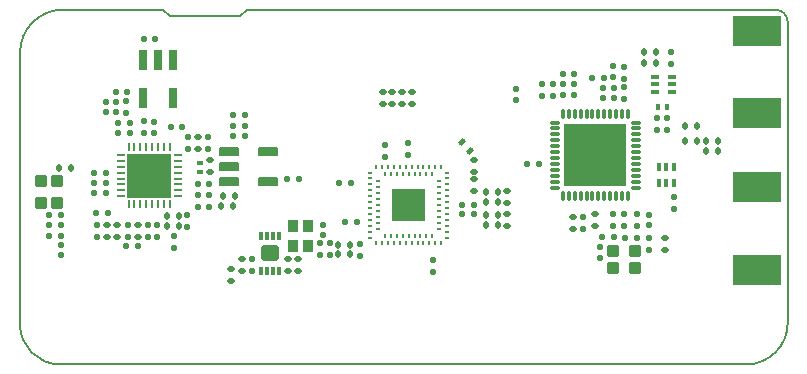
<source format=gbp>
G04*
G04 #@! TF.GenerationSoftware,Altium Limited,CircuitStudio,1.5.2 (30)*
G04*
G04 Layer_Color=16711833*
%FSLAX25Y25*%
%MOIN*%
G70*
G01*
G75*
G04:AMPARAMS|DCode=20|XSize=14.17mil|YSize=23mil|CornerRadius=0.71mil|HoleSize=0mil|Usage=FLASHONLY|Rotation=180.000|XOffset=0mil|YOffset=0mil|HoleType=Round|Shape=RoundedRectangle|*
%AMROUNDEDRECTD20*
21,1,0.01417,0.02158,0,0,180.0*
21,1,0.01276,0.02300,0,0,180.0*
1,1,0.00142,-0.00638,0.01079*
1,1,0.00142,0.00638,0.01079*
1,1,0.00142,0.00638,-0.01079*
1,1,0.00142,-0.00638,-0.01079*
%
%ADD20ROUNDEDRECTD20*%
G04:AMPARAMS|DCode=21|XSize=14.17mil|YSize=23mil|CornerRadius=0.71mil|HoleSize=0mil|Usage=FLASHONLY|Rotation=90.000|XOffset=0mil|YOffset=0mil|HoleType=Round|Shape=RoundedRectangle|*
%AMROUNDEDRECTD21*
21,1,0.01417,0.02158,0,0,90.0*
21,1,0.01276,0.02300,0,0,90.0*
1,1,0.00142,0.01079,0.00638*
1,1,0.00142,0.01079,-0.00638*
1,1,0.00142,-0.01079,-0.00638*
1,1,0.00142,-0.01079,0.00638*
%
%ADD21ROUNDEDRECTD21*%
G04:AMPARAMS|DCode=22|XSize=23.62mil|YSize=17.72mil|CornerRadius=4.43mil|HoleSize=0mil|Usage=FLASHONLY|Rotation=270.000|XOffset=0mil|YOffset=0mil|HoleType=Round|Shape=RoundedRectangle|*
%AMROUNDEDRECTD22*
21,1,0.02362,0.00886,0,0,270.0*
21,1,0.01476,0.01772,0,0,270.0*
1,1,0.00886,-0.00443,-0.00738*
1,1,0.00886,-0.00443,0.00738*
1,1,0.00886,0.00443,0.00738*
1,1,0.00886,0.00443,-0.00738*
%
%ADD22ROUNDEDRECTD22*%
G04:AMPARAMS|DCode=23|XSize=23.62mil|YSize=17.72mil|CornerRadius=4.43mil|HoleSize=0mil|Usage=FLASHONLY|Rotation=0.000|XOffset=0mil|YOffset=0mil|HoleType=Round|Shape=RoundedRectangle|*
%AMROUNDEDRECTD23*
21,1,0.02362,0.00886,0,0,0.0*
21,1,0.01476,0.01772,0,0,0.0*
1,1,0.00886,0.00738,-0.00443*
1,1,0.00886,-0.00738,-0.00443*
1,1,0.00886,-0.00738,0.00443*
1,1,0.00886,0.00738,0.00443*
%
%ADD23ROUNDEDRECTD23*%
%ADD26R,0.16496X0.10492*%
G04:AMPARAMS|DCode=29|XSize=21.65mil|YSize=17.72mil|CornerRadius=4.43mil|HoleSize=0mil|Usage=FLASHONLY|Rotation=90.000|XOffset=0mil|YOffset=0mil|HoleType=Round|Shape=RoundedRectangle|*
%AMROUNDEDRECTD29*
21,1,0.02165,0.00886,0,0,90.0*
21,1,0.01280,0.01772,0,0,90.0*
1,1,0.00886,0.00443,0.00640*
1,1,0.00886,0.00443,-0.00640*
1,1,0.00886,-0.00443,-0.00640*
1,1,0.00886,-0.00443,0.00640*
%
%ADD29ROUNDEDRECTD29*%
G04:AMPARAMS|DCode=30|XSize=21.65mil|YSize=17.72mil|CornerRadius=4.43mil|HoleSize=0mil|Usage=FLASHONLY|Rotation=180.000|XOffset=0mil|YOffset=0mil|HoleType=Round|Shape=RoundedRectangle|*
%AMROUNDEDRECTD30*
21,1,0.02165,0.00886,0,0,180.0*
21,1,0.01280,0.01772,0,0,180.0*
1,1,0.00886,-0.00640,0.00443*
1,1,0.00886,0.00640,0.00443*
1,1,0.00886,0.00640,-0.00443*
1,1,0.00886,-0.00640,-0.00443*
%
%ADD30ROUNDEDRECTD30*%
%ADD53C,0.00500*%
G04:AMPARAMS|DCode=73|XSize=65mil|YSize=30mil|CornerRadius=3mil|HoleSize=0mil|Usage=FLASHONLY|Rotation=180.000|XOffset=0mil|YOffset=0mil|HoleType=Round|Shape=RoundedRectangle|*
%AMROUNDEDRECTD73*
21,1,0.06500,0.02400,0,0,180.0*
21,1,0.05900,0.03000,0,0,180.0*
1,1,0.00600,-0.02950,0.01200*
1,1,0.00600,0.02950,0.01200*
1,1,0.00600,0.02950,-0.01200*
1,1,0.00600,-0.02950,-0.01200*
%
%ADD73ROUNDEDRECTD73*%
G04:AMPARAMS|DCode=74|XSize=35.43mil|YSize=43.31mil|CornerRadius=0.89mil|HoleSize=0mil|Usage=FLASHONLY|Rotation=0.000|XOffset=0mil|YOffset=0mil|HoleType=Round|Shape=RoundedRectangle|*
%AMROUNDEDRECTD74*
21,1,0.03543,0.04154,0,0,0.0*
21,1,0.03366,0.04331,0,0,0.0*
1,1,0.00177,0.01683,-0.02077*
1,1,0.00177,-0.01683,-0.02077*
1,1,0.00177,-0.01683,0.02077*
1,1,0.00177,0.01683,0.02077*
%
%ADD74ROUNDEDRECTD74*%
G04:AMPARAMS|DCode=75|XSize=64.96mil|YSize=29.92mil|CornerRadius=1.5mil|HoleSize=0mil|Usage=FLASHONLY|Rotation=90.000|XOffset=0mil|YOffset=0mil|HoleType=Round|Shape=RoundedRectangle|*
%AMROUNDEDRECTD75*
21,1,0.06496,0.02693,0,0,90.0*
21,1,0.06197,0.02992,0,0,90.0*
1,1,0.00299,0.01347,0.03098*
1,1,0.00299,0.01347,-0.03098*
1,1,0.00299,-0.01347,-0.03098*
1,1,0.00299,-0.01347,0.03098*
%
%ADD75ROUNDEDRECTD75*%
G04:AMPARAMS|DCode=76|XSize=23.62mil|YSize=17.72mil|CornerRadius=4.43mil|HoleSize=0mil|Usage=FLASHONLY|Rotation=225.000|XOffset=0mil|YOffset=0mil|HoleType=Round|Shape=RoundedRectangle|*
%AMROUNDEDRECTD76*
21,1,0.02362,0.00886,0,0,225.0*
21,1,0.01476,0.01772,0,0,225.0*
1,1,0.00886,-0.00835,-0.00209*
1,1,0.00886,0.00209,0.00835*
1,1,0.00886,0.00835,0.00209*
1,1,0.00886,-0.00209,-0.00835*
%
%ADD76ROUNDEDRECTD76*%
G04:AMPARAMS|DCode=77|XSize=25.59mil|YSize=13.78mil|CornerRadius=1.38mil|HoleSize=0mil|Usage=FLASHONLY|Rotation=90.000|XOffset=0mil|YOffset=0mil|HoleType=Round|Shape=RoundedRectangle|*
%AMROUNDEDRECTD77*
21,1,0.02559,0.01102,0,0,90.0*
21,1,0.02284,0.01378,0,0,90.0*
1,1,0.00276,0.00551,0.01142*
1,1,0.00276,0.00551,-0.01142*
1,1,0.00276,-0.00551,-0.01142*
1,1,0.00276,-0.00551,0.01142*
%
%ADD77ROUNDEDRECTD77*%
G04:AMPARAMS|DCode=78|XSize=25.59mil|YSize=13.78mil|CornerRadius=1.38mil|HoleSize=0mil|Usage=FLASHONLY|Rotation=180.000|XOffset=0mil|YOffset=0mil|HoleType=Round|Shape=RoundedRectangle|*
%AMROUNDEDRECTD78*
21,1,0.02559,0.01102,0,0,180.0*
21,1,0.02284,0.01378,0,0,180.0*
1,1,0.00276,-0.01142,0.00551*
1,1,0.00276,0.01142,0.00551*
1,1,0.00276,0.01142,-0.00551*
1,1,0.00276,-0.01142,-0.00551*
%
%ADD78ROUNDEDRECTD78*%
G04:AMPARAMS|DCode=79|XSize=29.53mil|YSize=11.81mil|CornerRadius=2.95mil|HoleSize=0mil|Usage=FLASHONLY|Rotation=270.000|XOffset=0mil|YOffset=0mil|HoleType=Round|Shape=RoundedRectangle|*
%AMROUNDEDRECTD79*
21,1,0.02953,0.00591,0,0,270.0*
21,1,0.02363,0.01181,0,0,270.0*
1,1,0.00591,-0.00295,-0.01181*
1,1,0.00591,-0.00295,0.01181*
1,1,0.00591,0.00295,0.01181*
1,1,0.00591,0.00295,-0.01181*
%
%ADD79ROUNDEDRECTD79*%
G04:AMPARAMS|DCode=80|XSize=57.09mil|YSize=53.15mil|CornerRadius=5.32mil|HoleSize=0mil|Usage=FLASHONLY|Rotation=180.000|XOffset=0mil|YOffset=0mil|HoleType=Round|Shape=RoundedRectangle|*
%AMROUNDEDRECTD80*
21,1,0.05709,0.04252,0,0,180.0*
21,1,0.04646,0.05315,0,0,180.0*
1,1,0.01063,-0.02323,0.02126*
1,1,0.01063,0.02323,0.02126*
1,1,0.01063,0.02323,-0.02126*
1,1,0.01063,-0.02323,-0.02126*
%
%ADD80ROUNDEDRECTD80*%
G04:AMPARAMS|DCode=81|XSize=15.75mil|YSize=8.66mil|CornerRadius=0.87mil|HoleSize=0mil|Usage=FLASHONLY|Rotation=180.000|XOffset=0mil|YOffset=0mil|HoleType=Round|Shape=RoundedRectangle|*
%AMROUNDEDRECTD81*
21,1,0.01575,0.00693,0,0,180.0*
21,1,0.01402,0.00866,0,0,180.0*
1,1,0.00173,-0.00701,0.00347*
1,1,0.00173,0.00701,0.00347*
1,1,0.00173,0.00701,-0.00347*
1,1,0.00173,-0.00701,-0.00347*
%
%ADD81ROUNDEDRECTD81*%
G04:AMPARAMS|DCode=82|XSize=15.75mil|YSize=8.66mil|CornerRadius=0.87mil|HoleSize=0mil|Usage=FLASHONLY|Rotation=90.000|XOffset=0mil|YOffset=0mil|HoleType=Round|Shape=RoundedRectangle|*
%AMROUNDEDRECTD82*
21,1,0.01575,0.00693,0,0,90.0*
21,1,0.01402,0.00866,0,0,90.0*
1,1,0.00173,0.00347,0.00701*
1,1,0.00173,0.00347,-0.00701*
1,1,0.00173,-0.00347,-0.00701*
1,1,0.00173,-0.00347,0.00701*
%
%ADD82ROUNDEDRECTD82*%
G04:AMPARAMS|DCode=84|XSize=33.47mil|YSize=11.81mil|CornerRadius=4.72mil|HoleSize=0mil|Usage=FLASHONLY|Rotation=180.000|XOffset=0mil|YOffset=0mil|HoleType=Round|Shape=RoundedRectangle|*
%AMROUNDEDRECTD84*
21,1,0.03347,0.00236,0,0,180.0*
21,1,0.02402,0.01181,0,0,180.0*
1,1,0.00945,-0.01201,0.00118*
1,1,0.00945,0.01201,0.00118*
1,1,0.00945,0.01201,-0.00118*
1,1,0.00945,-0.01201,-0.00118*
%
%ADD84ROUNDEDRECTD84*%
G04:AMPARAMS|DCode=85|XSize=33.47mil|YSize=11.81mil|CornerRadius=4.72mil|HoleSize=0mil|Usage=FLASHONLY|Rotation=90.000|XOffset=0mil|YOffset=0mil|HoleType=Round|Shape=RoundedRectangle|*
%AMROUNDEDRECTD85*
21,1,0.03347,0.00236,0,0,90.0*
21,1,0.02402,0.01181,0,0,90.0*
1,1,0.00945,0.00118,0.01201*
1,1,0.00945,0.00118,-0.01201*
1,1,0.00945,-0.00118,-0.01201*
1,1,0.00945,-0.00118,0.01201*
%
%ADD85ROUNDEDRECTD85*%
%ADD87R,0.14567X0.14567*%
%ADD88O,0.03150X0.00984*%
%ADD89O,0.00984X0.03150*%
G04:AMPARAMS|DCode=90|XSize=39.37mil|YSize=37.4mil|CornerRadius=1.87mil|HoleSize=0mil|Usage=FLASHONLY|Rotation=180.000|XOffset=0mil|YOffset=0mil|HoleType=Round|Shape=RoundedRectangle|*
%AMROUNDEDRECTD90*
21,1,0.03937,0.03366,0,0,180.0*
21,1,0.03563,0.03740,0,0,180.0*
1,1,0.00374,-0.01782,0.01683*
1,1,0.00374,0.01782,0.01683*
1,1,0.00374,0.01782,-0.01683*
1,1,0.00374,-0.01782,-0.01683*
%
%ADD90ROUNDEDRECTD90*%
G04:AMPARAMS|DCode=91|XSize=39.37mil|YSize=37.4mil|CornerRadius=1.87mil|HoleSize=0mil|Usage=FLASHONLY|Rotation=90.000|XOffset=0mil|YOffset=0mil|HoleType=Round|Shape=RoundedRectangle|*
%AMROUNDEDRECTD91*
21,1,0.03937,0.03366,0,0,90.0*
21,1,0.03563,0.03740,0,0,90.0*
1,1,0.00374,0.01683,0.01782*
1,1,0.00374,0.01683,-0.01782*
1,1,0.00374,-0.01683,-0.01782*
1,1,0.00374,-0.01683,0.01782*
%
%ADD91ROUNDEDRECTD91*%
G04:AMPARAMS|DCode=100|XSize=21.62mil|YSize=17.69mil|CornerRadius=3.92mil|HoleSize=0mil|Usage=FLASHONLY|Rotation=180.000|XOffset=0mil|YOffset=0mil|HoleType=Round|Shape=RoundedRectangle|*
%AMROUNDEDRECTD100*
21,1,0.02162,0.00984,0,0,180.0*
21,1,0.01378,0.01769,0,0,180.0*
1,1,0.00784,-0.00689,0.00492*
1,1,0.00784,0.00689,0.00492*
1,1,0.00784,0.00689,-0.00492*
1,1,0.00784,-0.00689,-0.00492*
%
%ADD100ROUNDEDRECTD100*%
G04:AMPARAMS|DCode=101|XSize=21.62mil|YSize=17.69mil|CornerRadius=3.92mil|HoleSize=0mil|Usage=FLASHONLY|Rotation=270.000|XOffset=0mil|YOffset=0mil|HoleType=Round|Shape=RoundedRectangle|*
%AMROUNDEDRECTD101*
21,1,0.02162,0.00984,0,0,270.0*
21,1,0.01378,0.01769,0,0,270.0*
1,1,0.00784,-0.00492,-0.00689*
1,1,0.00784,-0.00492,0.00689*
1,1,0.00784,0.00492,0.00689*
1,1,0.00784,0.00492,-0.00689*
%
%ADD101ROUNDEDRECTD101*%
G04:AMPARAMS|DCode=161|XSize=208.66mil|YSize=208.66mil|CornerRadius=0mil|HoleSize=0mil|Usage=FLASHONLY|Rotation=90.000|XOffset=0mil|YOffset=0mil|HoleType=Round|Shape=RoundedRectangle|*
%AMROUNDEDRECTD161*
21,1,0.20866,0.20866,0,0,90.0*
21,1,0.20866,0.20866,0,0,90.0*
1,1,0.00000,0.10433,0.10433*
1,1,0.00000,0.10433,-0.10433*
1,1,0.00000,-0.10433,-0.10433*
1,1,0.00000,-0.10433,0.10433*
%
%ADD161ROUNDEDRECTD161*%
G36*
X1169657Y747120D02*
X1158698D01*
Y758079D01*
X1169657D01*
Y747120D01*
D02*
G37*
D20*
X1250176Y785281D02*
D03*
X1247176D02*
D03*
D21*
X1094576Y766681D02*
D03*
Y763681D02*
D03*
D22*
X1144576Y736181D02*
D03*
X1140576D02*
D03*
X1087587Y749029D02*
D03*
X1083587D02*
D03*
X1144566Y739411D02*
D03*
X1140566D02*
D03*
X1194059Y745870D02*
D03*
X1190059D02*
D03*
X1105776Y752281D02*
D03*
X1101776D02*
D03*
X1087587Y745486D02*
D03*
X1083587D02*
D03*
X1194059Y749118D02*
D03*
X1190059D02*
D03*
X1194035Y753557D02*
D03*
X1190035D02*
D03*
X1194059Y756795D02*
D03*
X1190059D02*
D03*
X1263176Y773881D02*
D03*
X1267176D02*
D03*
X1263176Y770581D02*
D03*
X1267176D02*
D03*
X1256176Y773981D02*
D03*
X1260176D02*
D03*
X1256176Y778981D02*
D03*
X1260176D02*
D03*
X1047556Y764911D02*
D03*
X1051556D02*
D03*
X1106176Y755581D02*
D03*
X1102176D02*
D03*
X1242776Y803581D02*
D03*
X1246776D02*
D03*
X1242776Y800081D02*
D03*
X1246776D02*
D03*
D23*
X1097976Y763581D02*
D03*
Y767581D02*
D03*
X1226425Y749604D02*
D03*
Y745604D02*
D03*
X1063576Y742081D02*
D03*
Y746081D02*
D03*
X1094076Y771181D02*
D03*
Y775181D02*
D03*
X1067076Y746081D02*
D03*
Y742081D02*
D03*
X1073876D02*
D03*
Y746081D02*
D03*
X1104976Y731281D02*
D03*
Y727281D02*
D03*
X1185953Y761245D02*
D03*
Y757245D02*
D03*
X1186080Y767761D02*
D03*
Y763761D02*
D03*
X1218876Y744681D02*
D03*
Y748681D02*
D03*
X1196956Y749566D02*
D03*
Y745566D02*
D03*
X1196956Y757243D02*
D03*
Y753243D02*
D03*
X1155536Y790411D02*
D03*
Y786411D02*
D03*
X1158716Y790391D02*
D03*
Y786391D02*
D03*
X1161956Y790401D02*
D03*
Y786401D02*
D03*
X1165316Y790401D02*
D03*
Y786401D02*
D03*
X1108586Y730741D02*
D03*
Y734741D02*
D03*
X1127216Y730671D02*
D03*
Y734671D02*
D03*
X1124026Y730711D02*
D03*
Y734711D02*
D03*
X1249476Y741681D02*
D03*
Y737681D02*
D03*
D26*
X1280174Y783114D02*
D03*
Y810614D02*
D03*
Y730948D02*
D03*
Y758448D02*
D03*
D29*
X1066549Y786981D02*
D03*
X1063203D02*
D03*
X1066549Y783681D02*
D03*
X1063203D02*
D03*
D30*
X1232330Y795439D02*
D03*
Y798785D02*
D03*
X1244141Y749277D02*
D03*
Y745931D02*
D03*
X1048275Y736007D02*
D03*
Y739354D02*
D03*
X1135766Y745880D02*
D03*
Y742534D02*
D03*
D53*
X1290528Y813564D02*
G03*
X1286362Y817730I-4166J0D01*
G01*
X1048995D02*
G03*
X1034623Y803358I0J-14372D01*
G01*
X1034623Y712769D02*
G03*
X1047891Y699502I13268J0D01*
G01*
X1276749Y699502D02*
G03*
X1290528Y713281I0J13780D01*
G01*
X1107961Y815466D02*
X1110224Y817730D01*
X1048995D02*
X1082327D01*
X1084591Y815466D01*
X1290528Y767631D02*
Y813564D01*
X1110224Y817730D02*
X1286362D01*
X1290528Y713281D02*
Y718006D01*
X1034623Y796470D02*
Y803358D01*
X1084591Y815466D02*
X1107961D01*
X1290528Y718006D02*
Y767631D01*
X1034623Y712769D02*
X1034623Y796470D01*
X1047891Y699502D02*
X1276749Y699502D01*
D73*
X1117333Y770368D02*
D03*
Y760368D02*
D03*
X1104433Y770368D02*
D03*
Y765368D02*
D03*
Y760368D02*
D03*
D74*
X1130735Y738935D02*
D03*
X1125616D02*
D03*
Y745627D02*
D03*
X1130735D02*
D03*
D75*
X1075792Y788250D02*
D03*
X1085792D02*
D03*
X1075792Y801006D02*
D03*
X1085792D02*
D03*
X1080792D02*
D03*
D76*
X1184738Y770646D02*
D03*
X1181909Y773475D02*
D03*
D77*
X1247517Y765437D02*
D03*
X1250076D02*
D03*
X1252635D02*
D03*
X1247517Y759925D02*
D03*
X1250076D02*
D03*
X1252635D02*
D03*
D78*
X1246320Y790222D02*
D03*
Y792781D02*
D03*
Y795340D02*
D03*
X1251832Y790222D02*
D03*
Y792781D02*
D03*
Y795340D02*
D03*
D79*
X1114983Y742417D02*
D03*
X1116952D02*
D03*
X1118920D02*
D03*
X1120889D02*
D03*
Y730605D02*
D03*
X1118920D02*
D03*
X1116952D02*
D03*
X1114983D02*
D03*
D80*
X1117936Y736511D02*
D03*
D81*
X1176971Y763428D02*
D03*
Y761459D02*
D03*
Y759491D02*
D03*
Y757522D02*
D03*
Y755554D02*
D03*
Y753585D02*
D03*
Y751617D02*
D03*
Y749648D02*
D03*
Y747680D02*
D03*
Y745711D02*
D03*
Y743743D02*
D03*
Y741774D02*
D03*
X1151380D02*
D03*
Y743743D02*
D03*
Y745711D02*
D03*
Y747680D02*
D03*
Y749648D02*
D03*
Y751617D02*
D03*
Y753585D02*
D03*
Y755554D02*
D03*
Y757522D02*
D03*
Y759491D02*
D03*
Y761459D02*
D03*
Y763428D02*
D03*
X1174412Y760475D02*
D03*
Y758507D02*
D03*
Y756538D02*
D03*
Y754570D02*
D03*
Y752601D02*
D03*
Y750633D02*
D03*
Y748664D02*
D03*
Y746696D02*
D03*
Y744727D02*
D03*
X1153939D02*
D03*
Y746696D02*
D03*
Y748664D02*
D03*
Y750633D02*
D03*
Y752601D02*
D03*
Y754570D02*
D03*
Y756538D02*
D03*
Y758507D02*
D03*
Y760475D02*
D03*
D82*
X1175002Y739806D02*
D03*
X1173034D02*
D03*
X1171065D02*
D03*
X1169097D02*
D03*
X1167128D02*
D03*
X1165160D02*
D03*
X1163191D02*
D03*
X1161223D02*
D03*
X1159254D02*
D03*
X1157286D02*
D03*
X1155317D02*
D03*
X1153349D02*
D03*
Y765396D02*
D03*
X1155317D02*
D03*
X1157286D02*
D03*
X1159254D02*
D03*
X1161223D02*
D03*
X1163191D02*
D03*
X1165160D02*
D03*
X1167128D02*
D03*
X1169097D02*
D03*
X1171065D02*
D03*
X1173034D02*
D03*
X1175002D02*
D03*
X1172050Y742365D02*
D03*
X1170081D02*
D03*
X1168113D02*
D03*
X1166144D02*
D03*
X1164176D02*
D03*
X1162207D02*
D03*
X1160239D02*
D03*
X1158270D02*
D03*
X1156302D02*
D03*
Y762837D02*
D03*
X1158270D02*
D03*
X1160239D02*
D03*
X1162207D02*
D03*
X1164176D02*
D03*
X1166144D02*
D03*
X1168113D02*
D03*
X1170081D02*
D03*
X1172050D02*
D03*
D84*
X1240007Y780084D02*
D03*
Y778116D02*
D03*
Y776147D02*
D03*
Y774179D02*
D03*
Y772210D02*
D03*
Y770242D02*
D03*
Y768273D02*
D03*
Y766305D02*
D03*
Y764336D02*
D03*
Y762368D02*
D03*
Y760399D02*
D03*
Y758431D02*
D03*
X1212842D02*
D03*
Y760399D02*
D03*
Y762368D02*
D03*
Y764336D02*
D03*
Y766305D02*
D03*
Y768273D02*
D03*
Y770242D02*
D03*
Y772210D02*
D03*
Y774179D02*
D03*
Y776147D02*
D03*
Y778116D02*
D03*
Y780084D02*
D03*
D85*
X1237251Y755675D02*
D03*
X1235283D02*
D03*
X1233314D02*
D03*
X1231346D02*
D03*
X1229377D02*
D03*
X1227409D02*
D03*
X1225440D02*
D03*
X1223472D02*
D03*
X1221503D02*
D03*
X1219535D02*
D03*
X1217566D02*
D03*
X1215598D02*
D03*
Y782840D02*
D03*
X1217566D02*
D03*
X1219535D02*
D03*
X1221503D02*
D03*
X1223472D02*
D03*
X1225440D02*
D03*
X1227409D02*
D03*
X1229377D02*
D03*
X1231346D02*
D03*
X1233314D02*
D03*
X1235283D02*
D03*
X1237251D02*
D03*
D87*
X1077713Y762415D02*
D03*
D88*
X1087261Y755525D02*
D03*
Y757494D02*
D03*
Y759462D02*
D03*
Y761431D02*
D03*
Y763399D02*
D03*
Y765368D02*
D03*
Y767336D02*
D03*
Y769305D02*
D03*
X1068166D02*
D03*
Y767336D02*
D03*
Y765368D02*
D03*
Y763399D02*
D03*
Y761431D02*
D03*
Y759462D02*
D03*
Y757494D02*
D03*
Y755525D02*
D03*
D89*
X1084603Y771962D02*
D03*
X1082635D02*
D03*
X1080666D02*
D03*
X1078698D02*
D03*
X1076729D02*
D03*
X1074761D02*
D03*
X1072792D02*
D03*
X1070824D02*
D03*
Y752868D02*
D03*
X1072792D02*
D03*
X1074761D02*
D03*
X1076729D02*
D03*
X1078698D02*
D03*
X1080666D02*
D03*
X1082635D02*
D03*
X1084603D02*
D03*
D90*
X1232434Y737237D02*
D03*
Y731725D02*
D03*
X1239717D02*
D03*
Y737237D02*
D03*
D91*
X1047031Y760723D02*
D03*
X1041520D02*
D03*
Y753439D02*
D03*
X1047031D02*
D03*
D100*
X1251631Y803557D02*
D03*
Y799620D02*
D03*
X1250253Y781509D02*
D03*
Y777572D02*
D03*
X1236070Y745635D02*
D03*
Y749572D02*
D03*
X1252676Y751413D02*
D03*
Y755350D02*
D03*
X1069876Y783313D02*
D03*
Y787250D02*
D03*
X1090410Y749226D02*
D03*
Y745289D02*
D03*
X1227976Y734813D02*
D03*
Y738750D02*
D03*
X1080322Y746027D02*
D03*
Y742090D02*
D03*
X1077172Y746027D02*
D03*
Y742090D02*
D03*
X1070479D02*
D03*
Y746027D02*
D03*
X1079239Y776490D02*
D03*
Y780427D02*
D03*
X1076076Y776513D02*
D03*
Y780450D02*
D03*
X1060176Y742113D02*
D03*
Y746050D02*
D03*
X1164032Y769305D02*
D03*
Y773242D02*
D03*
X1172376Y730213D02*
D03*
Y734150D02*
D03*
X1147876Y735613D02*
D03*
Y739550D02*
D03*
X1156175Y772664D02*
D03*
Y768727D02*
D03*
X1097376Y771213D02*
D03*
Y775150D02*
D03*
X1208708Y792879D02*
D03*
Y788942D02*
D03*
X1212251D02*
D03*
Y792879D02*
D03*
X1232330Y745635D02*
D03*
Y749572D02*
D03*
X1222276Y748650D02*
D03*
Y744713D02*
D03*
X1247103Y781509D02*
D03*
Y777572D02*
D03*
X1236076Y791850D02*
D03*
Y787913D02*
D03*
X1240204Y749572D02*
D03*
Y745635D02*
D03*
X1244141Y737761D02*
D03*
Y741698D02*
D03*
X1111976Y734680D02*
D03*
Y730743D02*
D03*
X1090776Y771213D02*
D03*
Y775150D02*
D03*
X1085876Y742350D02*
D03*
Y738413D02*
D03*
X1199991Y791421D02*
D03*
Y787484D02*
D03*
X1134506Y735983D02*
D03*
Y739920D02*
D03*
X1137806Y736003D02*
D03*
Y739940D02*
D03*
X1236076Y794613D02*
D03*
Y798550D02*
D03*
D101*
X1182007Y752681D02*
D03*
X1185944D02*
D03*
Y749481D02*
D03*
X1182007D02*
D03*
X1105642Y775662D02*
D03*
X1109579D02*
D03*
X1105666Y779049D02*
D03*
X1109603D02*
D03*
X1105666Y782494D02*
D03*
X1109603D02*
D03*
X1075843Y807887D02*
D03*
X1079780D02*
D03*
X1123678Y761234D02*
D03*
X1127615D02*
D03*
X1093855Y752080D02*
D03*
X1097792D02*
D03*
X1093855Y755919D02*
D03*
X1097792D02*
D03*
X1071144Y779981D02*
D03*
X1067207D02*
D03*
X1071144Y776581D02*
D03*
X1067207D02*
D03*
X1088744Y778681D02*
D03*
X1084807D02*
D03*
X1093855Y759757D02*
D03*
X1097792D02*
D03*
X1070085Y738940D02*
D03*
X1074022D02*
D03*
X1063944Y750081D02*
D03*
X1060007D02*
D03*
X1063144Y756681D02*
D03*
X1059207D02*
D03*
X1059209Y760053D02*
D03*
X1063146D02*
D03*
X1147044Y747081D02*
D03*
X1143107D02*
D03*
X1141007Y759781D02*
D03*
X1144944D02*
D03*
X1219444Y796381D02*
D03*
X1215507D02*
D03*
X1228807Y788181D02*
D03*
X1232744D02*
D03*
X1228807Y791681D02*
D03*
X1232744D02*
D03*
X1215507Y792781D02*
D03*
X1219444D02*
D03*
X1215507Y789181D02*
D03*
X1219444D02*
D03*
X1225207Y794981D02*
D03*
X1229144D02*
D03*
X1203787Y766305D02*
D03*
X1207724D02*
D03*
X1228590Y741895D02*
D03*
X1232527D02*
D03*
X1236267Y741698D02*
D03*
X1240204D02*
D03*
X1063144Y763381D02*
D03*
X1059207D02*
D03*
X1044407Y745781D02*
D03*
X1048344D02*
D03*
X1044407Y742381D02*
D03*
X1048344D02*
D03*
X1066507Y790381D02*
D03*
X1070444D02*
D03*
X1044407Y749181D02*
D03*
X1048344D02*
D03*
D161*
X1226425Y769257D02*
D03*
M02*

</source>
